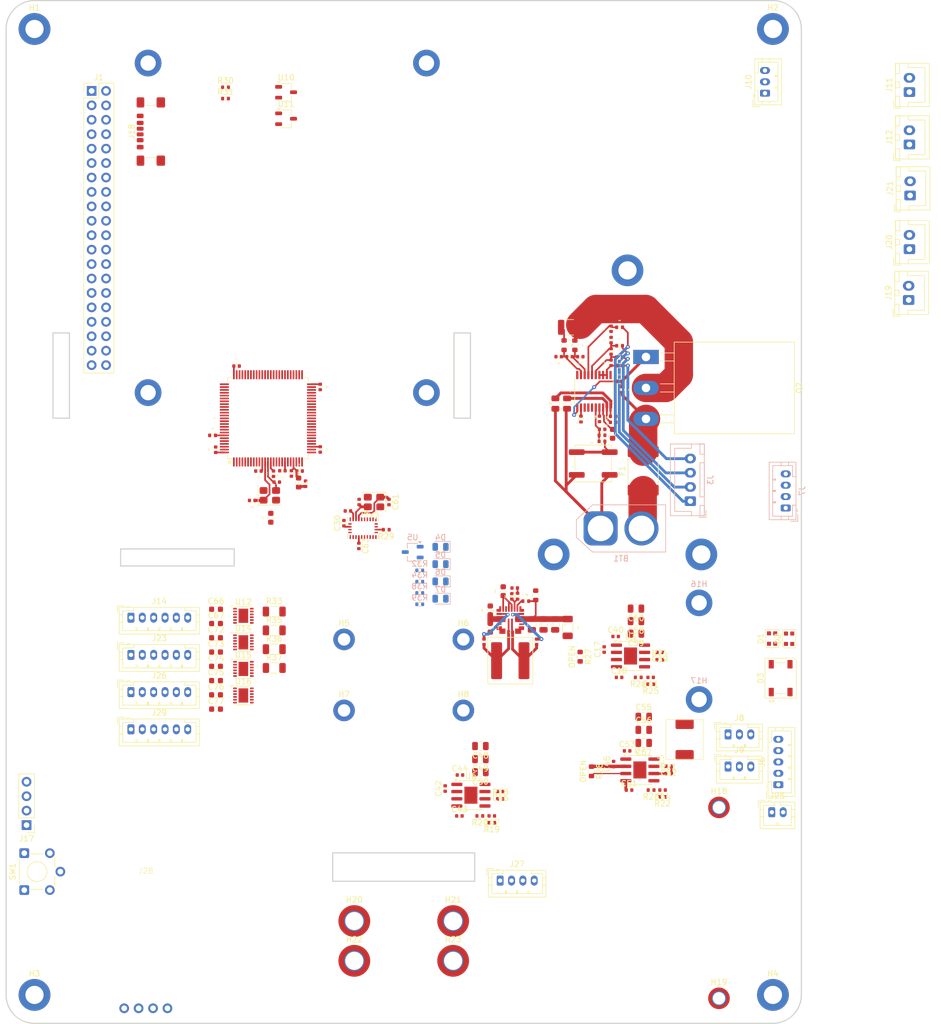
<source format=kicad_pcb>
(kicad_pcb (version 20241229) (generator "pcbnew") (generator_version "9.0")
  (layers (0 "F.Cu" signal) (2 "B.Cu" signal) (13 "F.Paste" user) (15 "B.Paste" user) (5 "F.SilkS" user "F.Silkscreen") (7 "B.SilkS" user "B.Silkscreen") (1 "F.Mask" user) (3 "B.Mask" user) (25 "Edge.Cuts" user))
  (net 0 "")
  (net 1 "+BATT")
  (net 2 "/Battery/VC0")
  (net 3 "/Battery/VC3")
  (net 4 "/Battery/VC2")
  (net 5 "/Battery/VC1")
  (net 6 "+3.3V")
  (net 7 "GND")
  (net 8 "+3.3VA")
  (net 9 "/NRST")
  (net 10 "/Regulators/SUP")
  (net 11 "Net-(U3-SS)")
  (net 12 "/12V Regulator/12V_LX2")
  (net 13 "/12V Regulator/12V_BST2")
  (net 14 "/12V Regulator/12V_LX1")
  (net 15 "/12V Regulator/12V_BST1")
  (net 16 "/12V Regulator/12V_COMP")
  (net 17 "Net-(C22-Pad1)")
  (net 18 "/12V Regulator/12V_VCC")
  (net 19 "+12V")
  (net 20 "/Battery/TS1")
  (net 21 "/Battery/CAP1")
  (net 22 "Net-(U2-REGOUT)")
  (net 23 "Net-(C39-Pad1)")
  (net 24 "Net-(U3-SW)")
  (net 25 "Net-(U3-BST)")
  (net 26 "Net-(U3-FB)")
  (net 27 "/Regulators/5V")
  (net 28 "Net-(U6-SS)")
  (net 29 "Net-(U6-BST)")
  (net 30 "Net-(U6-SW)")
  (net 31 "Net-(C46-Pad1)")
  (net 32 "Net-(U6-FB)")
  (net 33 "/Regulators/5.1V")
  (net 34 "Net-(U7-SS)")
  (net 35 "Net-(C52-Pad1)")
  (net 36 "Net-(U7-SW)")
  (net 37 "Net-(U7-BST)")
  (net 38 "Net-(U7-FB)")
  (net 39 "/Regulators/3.3V")
  (net 40 "/BNO_OUT32")
  (net 41 "/BNO_IN32")
  (net 42 "/BNO_CAP")
  (net 43 "/HSE_IN")
  (net 44 "/HSE_OUT")
  (net 45 "Net-(D1-DOUT)")
  (net 46 "/GPIO10")
  (net 47 "+5V")
  (net 48 "Net-(D2-DOUT)")
  (net 50 "Net-(J1-GPIO27)")
  (net 52 "Net-(J1-3V3-Pad1)")
  (net 54 "/BNO_BOOTN")
  (net 56 "Net-(J1-5V-Pad2)")
  (net 57 "/I2C_SDA")
  (net 59 "/GPIO25")
  (net 60 "/GPIO17")
  (net 62 "/BNO_NRST")
  (net 65 "/GPIO16")
  (net 66 "/I2C_SCL")
  (net 71 "/BNO_INT")
  (net 73 "/GPIO0")
  (net 76 "/GPIO1")
  (net 78 "/FL_M1")
  (net 79 "/TIM1_CH1")
  (net 80 "/TIM1_CH2")
  (net 81 "/FL_M2")
  (net 82 "Net-(J3-GND)")
  (net 83 "/Battery/V3")
  (net 84 "/Battery/V1")
  (net 85 "/Battery/V2")
  (net 86 "/TIM3_CH1")
  (net 87 "/TIM3_CH2")
  (net 88 "/BL_M1")
  (net 89 "/BL_M2")
  (net 90 "/BR_M1")
  (net 91 "/TIM4_CH2")
  (net 92 "/TIM4_CH1")
  (net 93 "/BR_M2")
  (net 97 "Net-(J10-Pin_2)")
  (net 98 "/TIM8_CH1")
  (net 99 "/TIM8_CH2")
  (net 100 "Net-(J9-Pin_2)")
  (net 101 "/TIM8_CH3")
  (net 102 "/SWDIO")
  (net 103 "/SWCLK")
  (net 104 "+5V1")
  (net 105 "/CC2")
  (net 106 "/CC1")
  (net 107 "/FR_M2")
  (net 108 "/FR_M1")
  (net 109 "/TIM2_CH1")
  (net 110 "/TIM2_CH2")
  (net 111 "/12V Regulator/12V_FB")
  (net 112 "/Battery/TS1_SW")
  (net 113 "/Battery/SRN")
  (net 114 "/BNO_COM3")
  (net 119 "/BOOT0")
  (net 127 "/PD9")
  (net 134 "/TIM5_CH3")
  (net 135 "/TIM5_CH2")
  (net 137 "/TIM5_CH1")
  (net 138 "/TIM8_CH4")
  (net 148 "/TIM5_CH4")
  (net 168 "/PD11")
  (net 171 "/PD8")
  (net 179 "/PD10")
  (net 185 "/Battery/SRP")
  (net 186 "/Battery/ALERT")
  (net 187 "/Regulators/5VEN")
  (net 188 "Net-(U3-COMP)")
  (net 189 "Net-(U6-COMP)")
  (net 190 "/Regulators/3.3VEN")
  (net 191 "Net-(U7-COMP)")
  (net 192 "GND1")
  (net 193 "Net-(U12-SNS)")
  (net 194 "Net-(U14-SNS)")
  (net 195 "Net-(U15-SNS)")
  (net 196 "Net-(U16-SNS)")
  (net 201 "Net-(D4-A)")
  (net 202 "Net-(D5-A)")
  (net 203 "Net-(D6-A)")
  (net 204 "/12V Regulator/EN")
  (net 207 "/12V Regulator/PGOOD")
  (net 221 "+5.1V")
  (net 222 "/Battery/REGSRC")
  (net 223 "/SW_BOOT0")
  (net 224 "/Battery/BAT")
  (net 225 "/Battery/DSG_SOURCE")
  (net 226 "/Battery/DSG_GATE")
  (net 227 "/Battery/DSG_DRAIN")
  (net 228 "/Battery/DSG")
  (net 229 "/Battery/CHG")
  (net 230 "Net-(D7-A)")
  (net 231 "/Down LEDs/PWM")
  (net 232 "Net-(U5-D)")
  (footprint "Capacitor_SMD:C_0402_1005Metric" (layer "F.Cu") (at 138.33 117.15)
    (property "Reference" "C34")
    (property "Value" "4.7nF")
  )
  (footprint "Resistor_SMD:R_0402_1005Metric" (layer "F.Cu") (at 148.49 157.715)
    (property "Reference" "R24")
    (property "Value" "15.8k")
  )
  (footprint "Resistor_SMD:R_0402_1005Metric" (layer "F.Cu") (at 144.69 160.815 180)
    (property "Reference" "R26")
    (property "Value" "22.1k")
  )
  (footprint "Connector_JST:JST_PH_B6B-PH-K_1x06_P2.00mm_Vertical" (layer "F.Cu") (at 55.38 169.95)
    (property "Reference" "J29")
    (property "Value" "Motor FL")
  )
  (footprint "Resistor_SMD:R_0402_1005Metric" (layer "F.Cu") (at 120.42 182.2)
    (property "Reference" "R18")
    (property "Value" "16k")
  )
  (footprint "Connector_PinHeader_2.54mm:PinHeader_1x04_P2.54mm_Vertical" (layer "F.Cu") (at 37 186.81 180)
    (property "Reference" "J17")
    (property "Value" "Conn_01x04")
  )
  (footprint "Connector_JST:JST_PH_B5B-PH-K_1x05_P2.00mm_Vertical" (layer "F.Cu") (at 169.35 179.7 90)
    (property "Reference" "J6")
    (property "Value" "TOF_Claw")
  )
  (footprint "Capacitor_SMD:C_0402_1005Metric" (layer "F.Cu") (at 82.045 124.45 180)
    (property "Reference" "C11")
    (property "Value" "100nF")
  )
  (footprint "Resistor_SMD:R_0402_1005Metric" (layer "F.Cu") (at 116.8 185.2 180)
    (property "Reference" "R20")
    (property "Value" "22.1k")
  )
  (footprint "MountingHole:MountingHole_3.2mm_M3_DIN965_Pad_TopBottom" (layer "F.Cu") (at 38.400001 216.7)
    (property "Reference" "H3")
    (property "Value" "MountingHole")
  )
  (footprint "Connector_JST:JST_PH_B6B-PH-K_1x06_P2.00mm_Vertical" (layer "F.Cu") (at 55.38 156.85)
    (property "Reference" "J23")
    (property "Value" "Motor BR")
  )
  (footprint "Resistor_SMD:R_0805_2012Metric" (layer "F.Cu") (at 130.105 112.625 90)
    (property "Reference" "R16")
    (property "Value" "1k")
  )
  (footprint "Capacitor_SMD:C_0402_1005Metric" (layer "F.Cu") (at 137.855 115.325 90)
    (property "Reference" "C35")
    (property "Value" "0.1uF")
  )
  (footprint "Capacitor_SMD:C_0402_1005Metric" (layer "F.Cu") (at 77.825 124.5 180)
    (property "Reference" "C10")
    (property "Value" "100nF")
  )
  (footprint "Resistor_SMD:R_0402_1005Metric" (layer "F.Cu") (at 146.89 162.015 180)
    (property "Reference" "R25")
    (property "Value" "115.8k")
  )
  (footprint "MountingHole:MountingHole_2.2mm_M2_DIN965_Pad_TopOnly" (layer "F.Cu") (at 158.900001 183.700001)
    (property "Reference" "H18")
    (property "Value" "MountingHole")
  )
  (footprint "Capacitor_SMD:C_0402_1005Metric" (layer "F.Cu") (at 118.9 185.2 180)
    (property "Reference" "C47")
    (property "Value" "47pF")
  )
  (footprint "Package_SO:SOIC-8-1EP_3.9x4.9mm_P1.27mm_EP2.29x3mm" (layer "F.Cu") (at 115.23 181.55)
    (property "Reference" "U6")
    (property "Value" "AP64501SP-13")
  )
  (footprint "Capacitor_SMD:C_0402_1005Metric" (layer "F.Cu") (at 140.35 176.07 90)
    (property "Reference" "C45")
    (property "Value" "10uF")
  )
  (footprint "Connector_JST:JST_PH_B4B-PH-K_1x04_P2.00mm_Vertical" (layer "F.Cu") (at 120.375 196.575)
    (property "Reference" "J27")
    (property "Value" "TOF_Front")
  )
  (footprint "Capacitor_SMD:C_0402_1005Metric" (layer "F.Cu") (at 130.68 104.375 180)
    (property "Reference" "C32")
    (property "Value" "0.1uF")
  )
  (footprint "Package_DFN_QFN:Maxim_TDFN-12-1EP_3x3mm_P0.5mm_EP1.7x2.5mm" (layer "F.Cu") (at 75.175 164)
    (property "Reference" "U16")
    (property "Value" "~")
  )
  (footprint "Capacitor_SMD:C_0402_1005Metric" (layer "F.Cu") (at 140.275 115.925)
    (property "Reference" "C37")
    (property "Value" "2.2uF")
  )
  (footprint "Capacitor_SMD:C_0402_1005Metric" (layer "F.Cu") (at 132.58 104.375 180)
    (property "Reference" "C5")
    (property "Value" "0.1uF")
  )
  (footprint "Connector_JST:JST_XH_B2B-XH-A_1x02_P2.50mm_Vertical" (layer "F.Cu") (at 192.425 67.025 90)
    (property "Reference" "J12")
    (property "Value" "12V BYPASS")
  )
  (footprint "Resistor_SMD:R_1206_3216Metric" (layer "F.Cu") (at 80.6 152.54)
    (property "Reference" "R35")
    (property "Value" "100m")
  )
  (footprint "MountingHole:MountingHole_3.2mm_M3_DIN965_Pad_TopOnly" (layer "F.Cu") (at 94.7 203.700021)
    (property "Reference" "H20")
    (property "Value" "MountingHole")
  )
  (footprint "Connector_JST:JST_PH_B2B-PH-K_1x02_P2.00mm_Vertical" (layer "F.Cu") (at 168.2 184.55)
    (property "Reference" "J25")
    (property "Value" "ConductClaw")
  )
  (footprint "Capacitor_SMD:C_0402_1005Metric" (layer "F.Cu") (at 139.905 105.45 90)
    (property "Reference" "C2")
    (property "Value" "10uF")
  )
  (footprint "Connector_JST:JST_XH_B2B-XH-A_1x02_P2.50mm_Vertical" (layer "F.Cu") (at 192.425 85.45 90)
    (property "Reference" "J20")
    (property "Value" "5V BYPASS")
  )
  (footprint "Capacitor_SMD:C_0402_1005Metric" (layer "F.Cu") (at 122.4375 146.559999 90)
    (property "Reference" "C21")
    (property "Value" "10pF")
  )
  (footprint "Capacitor_SMD:C_0402_1005Metric" (layer "F.Cu") (at 139.905 101.45 90)
    (property "Reference" "C4")
    (property "Value" "10uF")
  )
  (footprint "Capacitor_SMD:C_0603_1608Metric" (layer "F.Cu") (at 140.175 117.95 -90)
    (property "Reference" "C36")
    (property "Value" "4.7uF")
  )
  (footprint "Capacitor_SMD:C_0805_2012Metric" (layer "F.Cu") (at 144.29 150.915 180)
    (property "Reference" "C58")
    (property "Value" "22uF")
  )
  (footprint "MountingHole:MountingHole_2.2mm_M2_DIN965_Pad_TopOnly" (layer "F.Cu") (at 158.9 217.3)
    (property "Reference" "H19")
    (property "Value" "MountingHole")
  )
  (footprint "MountingHole:MountingHole_3.2mm_M3_DIN965_Pad_TopOnly" (layer "F.Cu") (at 94.7 210.700021)
    (property "Reference" "H22")
    (property "Value" "MountingHole")
  )
  (footprint "Resistor_SMD:R_0402_1005Metric" (layer "F.Cu") (at 146.95 180.65 180)
    (property "Reference" "R23")
    (property "Value" "22.1k")
  )
  (footprint "Resistor_SMD:R_0603_1608Metric" (layer "F.Cu") (at 126.6375 146.374999 90)
    (property "Reference" "R9")
    (property "Value" "10k")
  )
  (footprint "Resistor_SMD:R_1206_3216Metric" (layer "F.Cu") (at 80.6 159.16)
    (property "Reference" "R37")
    (property "Value" "100m")
  )
  (footprint "Capacitor_SMD:C_0402_1005Metric" (layer "F.Cu") (at 95.55 129.95 90)
    (property "Reference" "C62" (hide yes))
    (property "Value" "22pF")
  )
  (footprint "Capacitor_SMD:C_0402_1005Metric" (layer "F.Cu") (at 73.975 106.025)
    (property "Reference" "C7")
    (property "Value" "100nF")
  )
  (footprint "Capacitor_SMD:C_0402_1005Metric" (layer "F.Cu") (at 80.475 124.975 90)
    (property "Reference" "C16")
    (property "Value" "100nF")
  )
  (footprint "Inductor_SMD:L_0603_1608Metric" (layer "F.Cu") (at 84.9 126.525 -90)
    (property "Reference" "FB1")
    (property "Value" "120R")
  )
  (footprint "MountingHole:MountingHole_3.2mm_M3_DIN965_Pad_TopBottom" (layer "F.Cu") (at 168.399999 46.7)
    (property "Reference" "H2")
    (property "Value" "MountingHole")
  )
  (footprint "Resistor_SMD:R_0402_1005Metric" (layer "F.Cu") (at 150.05 177.75)
    (property "Reference" "R21")
    (property "Value" "10.5k")
  )
  (footprint "Capacitor_SMD:C_0402_1005Metric" (layer "F.Cu") (at 70.3 120.75 90)
    (property "Reference" "C8")
    (property "Value" "100nF")
  )
  (footprint "Package_DFN_QFN:Maxim_TDFN-12-1EP_3x3mm_P0.5mm_EP1.7x2.5mm" (layer "F.Cu") (at 75.175 154.65)
    (property "Reference" "U14")
    (property "Value" "~")
  )
  (footprint "Package_SO:SOIC-8-1EP_3.9x4.9mm_P1.27mm_EP2.29x3mm" (layer "F.Cu") (at 143.33 157.05)
    (property "Reference" "U3")
    (property "Value" "AP64501SP-13")
  )
  (footprint "Capacitor_SMD:C_0402_1005Metric" (layer "F.Cu") (at 86.125 126.73 90)
    (property "Reference" "C15")
    (property "Value" "1uF")
  )
  (footprint "Connector_JST:JST_PH_B6B-PH-K_1x06_P2.00mm_Vertical" (layer "F.Cu") (at 55.38 150.3)
    (property "Reference" "J14")
    (property "Value" "Motor FR")
  )
  (footprint "Package_SO:TSSOP-20_4.4x6.5mm_P0.65mm" (layer "F.Cu") (at 136.88 110.4625 90)
    (property "Reference" "U2")
    (property "Value" "BQ76920PW")
  )
  (footprint "Resistor_SMD:R_0402_1005Metric" (layer "F.Cu") (at 72.03 58.95)
    (property "Reference" "R31")
    (property "Value" "10k")
  )
  (footprint "Package_DFN_QFN:Maxim_TDFN-12-1EP_3x3mm_P0.5mm_EP1.7x2.5mm" (layer "F.Cu") (at 75.175 149.975)
    (property "Reference" "U12")
    (property "Value" "~")
  )
  (footprint "Capacitor_SMD:C_0402_1005Metric" (layer "F.Cu") (at 81.05 126.45)
    (property "Reference" "C70")
    (property "Value" "15pF")
  )
  (footprint "Capacitor_SMD:C_0402_1005Metric" (layer "F.Cu") (at 134.48 104.375 180)
    (property "Reference" "C33")
    (property "Value" "0.1uF")
  )
  (footprint "Dry_Lettuce:IC_BNO086" (layer "F.Cu") (at 96.25 134.5625)
    (property "Reference" "U9")
    (property "Value" "BNO086")
  )
  (footprint "Connector_USB:USB_C_Receptacle_GCT_USB4135-GF-A_6P_TopMnt_Horizontal" (layer "F.Cu") (at 60.0325 64.75 90)
    (property "Reference" "J18")
    (property "Value" "USB_C_Receptacle_PowerOnly_6P")
  )
  (footprint "Capacitor_SMD:C_0402_1005Metric" (layer "F.Cu") (at 142.73 173.75)
    (property "Reference" "C53")
    (property "Value" "100nF")
  )
  (footprint "Crystal:Crystal_SMD_3225-4Pin_3.2x2.5mm" (layer "F.Cu") (at 79.825 128.775)
    (property "Reference" "Y1")
    (property "Value" "25MHz")
  )
  (footprint "MountingHole:MountingHole_2.2mm_M2_DIN965_Pad_TopBottom" (layer "F.Cu") (at 113.899999 154.131001)
    (property "Reference" "H6")
    (property "Value" "MountingHole")
  )
  (footprint "Capacitor_SMD:C_0402_1005Metric" (layer "F.Cu") (at 139.905 103.45 90)
    (property "Reference" "C3")
    (property "Value" "10uF")
  )
  (footprint "Resistor_SMD:R_1206_3216Metric" (layer "F.Cu") (at 80.6 149.23)
    (property "Reference" "R33")
    (property "Value" "100m")
  )
  (footprint "Capacitor_SMD:C_0603_1608Metric" (layer "F.Cu") (at 70.36 156.36)
    (property "Reference" "C73")
    (property "Value" "1uf")
  )
  (footprint "Connector_JST:JST_XH_B2B-XH-A_1x02_P2.50mm_Vertical" (layer "F.Cu") (at 192.55 76 90)
    (property "Reference" "J21")
    (property "Value" "5.1V BYPASS")
  )
  (footprint "Capacitor_SMD:C_0402_1005Metric" (layer "F.Cu") (at 95.5 137.68 -90)
    (property "Reference" "C63")
    (property "Value" "0.1uF")
  )
  (footprint "Capacitor_SMD:C_0402_1005Metric" (layer "F.Cu") (at 122.9375 145.084999 180)
    (property "Reference" "C22")
    (property "Value" "2.7nF")
  )
  (footprint "Connector_JST:JST_PH_B3B-PH-K_1x03_P2.00mm_Vertical" (layer "F.Cu") (at 167 58 90)
    (property "Reference" "J10")
    (property "Value" "Servo_TrayRelease")
  )
  (footprint "Capacitor_SMD:C_0603_1608Metric" (layer "F.Cu") (at 70.36 153.85)
    (property "Reference" "C72")
    (property "Value" "0.1uf")
  )
  (footprint "Resistor_SMD:R_0402_1005Metric" (layer "F.Cu") (at 138.305 119.275 180)
    (property "Reference" "R14")
    (property "Value" "10k")
  )
  (footprint "Resistor_SMD:R_0402_1005Metric" (layer "F.Cu") (at 100.325 134.825 180)
    (property "Reference" "R29")
    (property "Value" "10k")
  )
  (footprint "Resistor_SMD:R_0805_2012Metric" (layer "F.Cu") (at 132.155 112.625 90)
    (property "Reference" "R15")
    (property "Value" "100")
  )
  (footprint "Capacitor_SMD:C_0805_2012Metric" (layer "F.Cu") (at 116.9 172.9 180)
    (property "Reference" "C48")
    (property "Value" "22uF")
  )
  (footprint "Capacitor_SMD:C_0603_1608Metric" (layer "F.Cu") (at 120.9125 145.649999 90)
    (property "Reference" "C23")
    (property "Value" "4.7uF")
  )
  (footprint "Button_Switch_THT:SW_TH_Tactile_Omron_B3F-112x" (layer "F.Cu") (at 36.6 198.25 90)
    (property "Reference" "SW1")
    (property "Value" "SW_SPDT")
  )
  (footprint "Capacitor_SMD:C_0402_1005Metric" (layer "F.Cu") (at 148.97 180.65 180)
    (property "Reference" "C54")
    (property "Value" "47pF")
  )
  (footprint "Capacitor_SMD:C_0805_2012Metric" (layer "F.Cu") (at 145.65 172.35 180)
    (property "Reference" "C57")
    (property "Value" "22uF")
  )
  (footprint "Resistor_SMD:R_0402_1005Metric" (layer "F.Cu") (at 69.75 118.225)
    (property "Reference" "R6")
    (property "Value" "10k")
  )
  (footprint "Connector_JST:JST_XH_B2B-XH-A_1x02_P2.50mm_Vertical" (layer "F.Cu") (at 192.425 57.8 90)
    (property "Reference" "J11")
    (property "Value" "BATT BYPASS")
  )
  (footprint "Resistor_SMD:R_0402_1005Metric" (layer "F.Cu") (at 134.605 115.35 -90)
    (property "Reference" "R17")
    (property "Value" "1M")
  )
  (footprint "Resistor_SMD:R_0402_1005Metric" (layer "F.Cu") (at 138.305 118.2)
    (property "Reference" "TH1")
    (property "Value" "10k")
  )
  (footprint "Capacitor_SMD:C_0402_1005Metric" (layer "F.Cu") (at 100.8 129.95 -90)
    (property "Reference" "C61")
    (property "Value" "22pF")
  )
  (footprint "Resistor_SMD:R_0402_1005Metric" (layer "F.Cu") (at 141.405 102.45)
    (property "Reference" "R4")
    (property "Value" "100k")
  )
  (footprint "Capacitor_SMD:C_0402_1005Metric" (layer "F.Cu") (at 76.725 129.675 180)
    (property "Reference" "C69")
    (property "Value" "15pF")
  )
  (footprint "MountingHole:MountingHole_3.2mm_M3_DIN965_Pad_TopBottom" (layer "F.Cu") (at 168.399999 216.7)
    (property "Reference" "H4")
    (property "Value" "MountingHole")
  )
  (footprint "Connector_PinHeader_2.54mm:PinHeader_2x20_P2.54mm_Vertical" (layer "F.Cu") (at 48.46 57.6)
    (property "Reference" "J1")
    (property "Value" "Raspberry_Pi_2_3")
  )
  (footprint "Capacitor_SMD:C_0402_1005Metric" (layer "F.Cu") (at 140.27 114.875)
    (property "Reference" "C38")
    (property "Value" "1uF")
  )
  (footprint "Capacitor_SMD:C_0402_1005Metric" (layer "F.Cu") (at 110.7 180.38 90)
    (property "Reference" "C42")
    (property "Value" "10uF")
  )
  (footprint "Capacitor_SMD:C_0603_1608Metric" (layer "F.Cu") (at 70.36 163.89)
    (property "Reference" "C76")
    (property "Value" "0.1uf")
  )
  (footprint "Capacitor_SMD:C_0805_2012Metric" (layer "F.Cu") (at 145.65 167.75)
    (property "Reference" "C55")
    (property "Value" "22uF")
  )
  (footprint "Crystal:Crystal_SMD_3225-4Pin_3.2x2.5mm" (layer "F.Cu") (at 98.175 129.95 180)
    (property "Reference" "Y2")
    (property "Value" "32.768kHz")
  )
  (footprint "MountingHole:MountingHole_2.7mm_M2.5_DIN965_Pad_TopBottom" (layer "F.Cu") (at 58.4 110.699999)
    (property "Reference" "H11" (hide yes))
    (property "Value" "MountingHole")
  )
  (footprint "Capacitor_SMD:C_0402_1005Metric" (layer "F.Cu") (at 126.7875 154.549999 90)
    (property "Reference" "C19")
    (property "Value" "0.1uF")
  )
  (footprint "Capacitor_SMD:C_0805_2012Metric" (layer "F.Cu") (at 130.0625 151.499999 -90)
    (property "Reference" "C27")
    (property "Value" "22uF")
  )
  (footprint "Capacitor_SMD:C_0402_1005Metric" (layer "F.Cu") (at 93.575 131.525 180)
    (property "Reference" "C24" (hide yes))
    (property "Value" "0.1uF" (hide yes))
  )
  (footprint "Capacitor_SMD:C_0402_1005Metric" (layer "F.Cu") (at 85.075 124.5)
    (property "Reference" "C14")
    (property "Value" "1uF")
  )
  (footprint "LED_SMD:LED_WS2812B_PLCC4_5.0x5.0mm_P3.2mm" (layer "F.Cu") (at 169.75 160.95 90)
    (property "Reference" "D3")
    (property "Value" "WS2812B-5050")
  )
  (footprint "Dry_Lettuce:CYA0630-3.3uH" (layer "F.Cu") (at 149.55 175.25 90)
    (property "Reference" "L5")
    (property "Value" "3.3uH")
  )
  (footprint "MountingHole:MountingHole_2.7mm_M2.5_DIN965_Pad_TopBottom" (layer "F.Cu") (at 107.399999 110.7)
    (property "Reference" "H12" (hide yes))
    (property "Value" "MountingHole")
  )
  (footprint "Package_TO_SOT_SMD:TSOT-23" (layer "F.Cu") (at 82.69 62.5)
    (property "Reference" "U11")
    (property "Value" "DMG2305UX-7")
  )
  (footprint "Capacitor_SMD:C_0805_2012Metric" (layer "F.Cu") (at 144.29 153.115 180)
    (property "Reference" "C59")
    (property "Value" "22uF")
  )
  (footprint "Fuse:Fuse_2920_7451Metric" (layer "F.Cu") (at 145.555 124.475 90)
    (property "Reference" "F1")
    (property "Value" "Polyfuse")
  )
  (footprint "Connector_JST:JST_PH_B3B-PH-K_1x03_P2.00mm_Vertical" (layer "F.Cu") (at 160.5 170.85)
    (property "Reference" "J8")
    (property "Value" "Servo_Grab")
  )
  (footprint "Resistor_SMD:R_0402_1005Metric" (layer "F.Cu") (at 148.95 181.85 180)
    (property "Reference" "R22")
    (property "Value" "69.8k")
  )
  (footprint "Capacitor_SMD:C_0402_1005Metric" (layer "F.Cu") (at 150.05 176.45 180)
    (property "Reference" "C52")
    (property "Value" "2.7nF")
  )
  (footprint "Capacitor_SMD:C_0603_1608Metric" (layer "F.Cu") (at 70.36 148.83)
    (property "Reference" "C66")
    (property "Value" "0.1uf")
  )
  (footprint "Capacitor_SMD:C_0603_1608Metric" (layer "F.Cu") (at 80 132.725 90)
    (property "Reference" "C12")
    (property "Value" "10uF")
  )
  (footprint "Capacitor_SMD:C_0402_1005Metric" (layer "F.Cu") (at 88.7 120.7 -90)
    (property "Reference" "C9")
    (property "Value" "100nF")
  )
  (footprint "LED_SMD:LED_WS2812B-2020_PLCC4_2.0x2.0mm" (layer "F.Cu") (at 171.25 154.015 90)
    (property "Reference" "D2")
    (property "Value" "WS2812B-2020")
  )
  (footprint "Inductor_SMD:L_Coilcraft_XAL7070-XXX" (layer "F.Cu") (at 122.1625 157.874999)
    (property "Reference" "L1")
    (property "Value" "2.2uH")
  )
  (footprint "MountingHole:MountingHole_2.7mm_M2.5_DIN965_Pad_TopBottom" (layer "F.Cu") (at 107.4 52.7)
    (property "Reference" "H10" (hide yes))
    (property "Value" "MountingHole")
  )
  (footprint "MountingHole:MountingHole_2.2mm_M2_DIN965_Pad_TopBottom" (layer "F.Cu") (at 92.899999 154.131004)
    (property "Reference" "H5")
    (property "Value" "MountingHole")
  )
  (footprint "LED_SMD:LED_WS2812B-2020_PLCC4_2.0x2.0mm" (layer "F.Cu") (at 168.25 153.985 90)
    (property "Reference" "D1")
    (property "Value" "WS2812B-2020")
  )
  (footprint "Resistor_SMD:R_0402_1005Metric" (layer "F.Cu") (at 118.9 186.4 180)
    (property "Reference" "R19")
    (property "Value" "118k")
  )
  (footprint "Resistor_SMD:R_1210_3225Metric" (layer "F.Cu") (at 132.58 99.2 180)
    (property "Reference" "R10")
    (property "Value" "5m")
  )
  (footprint "Connector_JST:JST_XH_B2B-XH-A_1x02_P2.50mm_Vertical" (layer "F.Cu") (at 192.3 94.4 90)
    (property "Reference" "J19")
    (property "Value" "3V3 BYPASS")
  )
  (footprint "Capacitor_SMD:C_0402_1005Metric" (layer "F.Cu") (at 148.49 156.415 180)
    (property "Reference" "C39")
    (property "Value" "2.7nF")
  )
  (footprint "Resistor_SMD:R_0402_1005Metric" (layer "F.Cu") (at 141.905 110.175 -90)
    (property "Reference" "R1")
    (property "Value" "10k")
  )
  (footprint "Resistor_SMD:R_0402_1005Metric" (layer "F.Cu") (at 123.4375 146.534999 90)
    (property "Reference" "R7")
    (property "Value" "51k")
  )
  (footprint "Connector_JST:JST_PH_B3B-PH-K_1x03_P2.00mm_Vertical" (layer "F.Cu") (at 160.499999 176.5)
    (property "Reference" "J9")
    (property "Value" "Servo_Lift")
  )
  (footprint "Capacitor_SMD:C_0805_2012Metric" (layer "F.Cu") (at 116.9 175.2 180)
    (property "Reference" "C49")
    (property "Value" "22uF")
  )
  (footprint "Capacitor_SMD:C_1206_3216Metric" (layer "F.Cu") (at 132.2625 152.024999 -90)
    (property "Reference" "C31")
    (property "Value" "47uF")
  )
  (footprint "Capacitor_SMD:C_0402_1005Metric" (layer "F.Cu") (at 113.3 178)
    (property "Reference" "C44")
    (property "Value" "100nF")
  )
  (footprint "Capacitor_SMD:C_0603_1608Metric" (layer "F.Cu") (at 70.36 151.34)
    (property "Reference" "C67")
    (property "Value" "1uf")
  )
  (footprint "Capacitor_SMD:C_0402_1005Metric" (layer "F.Cu") (at 139.905 99.45 90)
    (property "Reference" "C1")
    (property "Value" "10uF")
  )
  (footprint "Package_TO_SOT_SMD:TSOT-23" (layer "F.Cu") (at 82.69 57.835)
    (property "Reference" "U10")
    (property "Value" "DMG2305UX-7")
  )
  (footprint "Capacitor_SMD:C_0402_1005Metric" (layer "F.Cu") (at 138.69 155.915 90)
    (property "Reference" "C17")
    (property "Value" "10uF")
  )
  (footprint "Resistor_SMD:R_0402_1005Metric" (layer "F.Cu") (at 141.405 105.95)
    (property "Reference" "R2")
    (property "Value" "100k")
  )
  (footprint "Capacitor_SMD:C_0805_2012Metric" (layer "F.Cu") (at 145.65 170.05)
    (property "Reference" "C56")
    (property "Value" "22uF")
  )
  (footprint "Capacitor_SMD:C_0603_1608Metric" (layer "F.Cu") (at 118.6375 149.024999 90)
    (property "Reference" "C28")
    (property "Value" "10uF")
  )
  (footprint "Package_SO:SOIC-8-1EP_3.9x4.9mm_P1.27mm_EP2.29x3mm" (layer "F.Cu") (at 144.975 177.105)
    (property "Reference" "U7")
    (property "Value" "AP64501SP-13")
  )
  (footprint "Capacitor_SMD:C_0603_1608Metric" (layer "F.Cu") (at 70.36 166.4)
    (property "Reference" "C77")
    (property "Value" "1uf")
  )
  (footprint "Capacitor_SMD:C_0402_1005Metric" (layer "F.Cu") (at 92.875 133.675 90)
    (property "Reference" "C30")
    (property "Value" "0.1uF")
  )
  (footprint "Capacitor_SMD:C_0402_1005Metric" (layer "F.Cu") (at 117.5375 154.549999 -90)
    (property "Reference" "C20")
    (property "Value" "0.1uF")
  )
  (footprint "Resistor_SMD:R_0603_1608Metric" (layer "F.Cu") (at 134.46 157.175 -90)
    (property "Reference" "R27")
    (property "Value" "OPEN")
  )
  (footprint "Resistor_SMD:R_0402_1005Metric" (layer "F.Cu") (at 124.8875 147.399999)
    (property "Reference" "R8")
    (property "Value" "140k")
  )
  (footprint "Resistor_SMD:R_0402_1005Metric" (layer "F.Cu") (at 141.405 99.2)
    (property "Reference" "R5")
    (property "Value" "100k")
  )
  (footprint "Resistor_SMD:R_0603_1608Metric" (layer "F.Cu") (at 133.53 102.35 -90)
    (property "Reference" "R11")
    (property "Value" "100")
  )
  (footprint "Resistor_SMD:R_0402_1005Metric" (layer "F.Cu") (at 141.405 104.44)
    (property "Reference" "R3")
    (property "Value" "100k")
  )
  (footprint "Capacitor_SMD:C_0805_2012Metric" (layer "F.Cu") (at 125.9625 151.499999 -90)
    (property "Reference" "C25")
    (property "Value" "22uF")
  )
  (footprint "Button_Switch_SMD:SW_Push_1P1T_NO_CK_KSC6xxJ" (layer "F.Cu") (at 136.755 123.175 180)
    (property "Reference" "SW2")
    (property "Value" "SW_Push")
  )
  (footprint "MountingHole:MountingHole_2.2mm_M2_DIN965_Pad_TopBottom" (layer "F.Cu") (at 113.899999 166.631002)
    (property "Reference" "H8")
    (property "Value" "MountingHole")
  )
  (footprint "Dry_Lettuce:OLED_small" (layer "F.Cu") (at 58 195.375)
    (property "Reference" "J28")
    (property "Value" "OLED_Display")
  )
  (footprint "Resistor_SMD:R_1206_3216Metric" (layer "F.Cu") (at 80.6 155.85)
    (property "Reference" "R36")
    (property "Value" "100m")
  )
  (footprint "Resistor_SMD:R_0603_1608Metric" (layer "F.Cu") (at 136.45 177.35 -90)
    (property "Reference" "R28")
    (property "Value" "OPEN")
  )
  (footprint "Capacitor_SMD:C_0402_1005Metric" (layer "F.Cu") (at 146.87 160.815 180)
    (property "Reference" "C41")
    (property "Value" "47pF")
  )
  (footprint "Capacitor_SMD:C_0805_2012Metric" (layer "F.Cu") (at 116.9 177.5 180)
    (property "Reference" "C50")
    (property "Value" "22uF")
  )
  (footprint "Package_QFP:LQFP-100_14x14mm_P0.5mm" (layer "F.Cu") (at 79.5 115.225 90)
    (property "Reference" "U1")
    (property "Value" "STM32F407VGTx")
  )
  (footprint "Capacitor_SMD:C_0805_2012Metric" (layer "F.Cu") (at 144.29 148.715 180)
    (property "Reference" "C60")
    (property "Value" "22uF")
  )
  (footprint "MountingHole:MountingHole_2.2mm_M2_DIN965_Pad_TopBottom" (layer "F.Cu") (at 92.899999 166.631002)
    (property "Reference" "H7")
    (property "Value" "MountingHole")
  )
  (footprint "Capacitor_SMD:C_0603_1608Metric" (layer "F.Cu") (at 118.6375 152.074999 -90)
    (property "Reference" "C29")
    (property "Value" "10uF")
  )
  (footprint "Capacitor_SMD:C_0402_1005Metric" (layer "F.Cu") (at 88.7 109.7 -90)
    (property "Reference" "C6")
    (property "Value" "100nF")
  )
  (footprint "Capacitor_SMD:C_0603_1608Metric" (layer "F.Cu") (at 70.36 158.87)
    (property "Reference" "C74")
    (property "Value" "0.1uf")
  )
  (footprint "Package_DFN_QFN:Maxim_TDFN-12-1EP_3x3mm_P0.5mm_EP1.7x2.5mm" (layer "F.Cu") (at 75.175 159.325)
    (property "Reference" "U15")
    (property "Value" "~")
  )
  (footprint "Capacitor_SMD:C_0805_2012Metric" (layer "F.Cu") (at 128.0125 151.499999 -90)
    (property "Reference" "C26")
    (property "Value" "22uF")
  )
  (footprint "Capacitor_SMD:C_0402_1005Metric" (layer "F.Cu") (at 143.07 180.65)
    (property "Reference" "C51")
    (property "Value" "10nF")
  )
  (footprint "Capacitor_SMD:C_0603_1608Metric" (layer "F.Cu") (at 70.36 161.38)
    (property "Reference" "C75")
    (property "Value" "1uf")
  )
  (footprint "Capacitor_SMD:C_0402_1005Metric" (layer "F.Cu") (at 141.31 160.815)
    (property "Reference" "C18")
    (property "Value" "10nF")
  )
  (footprint "Package_TO_SOT_THT:TO-247-3_Horizontal_TabDown" (layer "F.Cu") (at 146.05 104.425 -90)
    (property "Reference" "Q2")
    (property "Value" "Q_NMOS_GDS")
  )
  (footprint "Dry_Lettuce:MAX25240" (layer "F.Cu") (at 122.1625 150.724999)
    (property "Reference" "U4")
    (property "Value" "MAX25240AFFD/VY+")
  )
  (footprint "Capacitor_SMD:C_0402_1005Metric" (layer "F.Cu") (at 83.625 124.925 -90)
    (property "Reference" "C13")
    (property "Value" "10nF")
  )
  (footprint "MountingHole:MountingHole_2.7mm_M2.5_DIN965_Pad_TopBottom" (layer "F.Cu") (at 58.4 52.700001)
    (property "Reference" "H9" (hide yes))
    (property "Value" "MountingHole")
  )
  (footprint "Resistor_SMD:R_0603_1608Metric" (layer "F.Cu") (at 131.63 102.35 -90)
    (property "Reference" "R12")
    (property "Value" "100")
  )
  (footprint "Connector_JST:JST_PH_B6B-PH-K_1x06_P2.00mm_Vertical" (layer "F.Cu") (at 55.38 163.4)
    (property "Reference" "J26")
    (property "Value" "Motor BL")
  )
  (footprint "Capacitor_SMD:C_0402_1005Metric" (layer "F.Cu") (at 120.42 180.9 180)
    (property "Reference" "C46")
    (property "Value" "2.7nF")
  )
  (footprint "Capacitor_SMD:C_0402_1005Metric" (layer "F.Cu") (at 140.71 153.615)
    (property "Reference" "C40")
    (property "Value" "100nF")
  )
  (footprint "Resistor_SMD:R_0402_1005Metric" (layer "F.Cu") (at 141.38 108.725)
    (property "Reference" "R13")
    (property "Value" "1k")
  )
  (footprint "MountingHole:MountingHole_3.2mm_M3_DIN965_Pad_TopOnly" (layer "F.Cu") (at 112.102587 210.70002)
    (property "Reference" "H23")
    (property "Value" "MountingHole")
  )
  (footprint "MountingHole:MountingHole_3.2mm_M3_DIN965_Pad_TopBottom" (layer "F.Cu") (at 38.4 46.7)
    (property "Reference" "H1")
    (property "Value" "MountingHole")
  )
  (footprint "MountingHole:MountingHole_3.2mm_M3_DIN965_Pad_TopOnly" (layer "F.Cu") (at 112.1 203.700021)
    (property "Reference" "H21")
    (property "Value" "MountingHole")
  )
  (footprint "Capacitor_SMD:C_0402_1005Metric" (layer "F.Cu") (at 113.2 185.2)
    (property "Reference" "C43")
    (property "Value" "10nF")
  )
  (footprint "Resistor_SMD:R_0402_1005Metric" (layer "F.Cu") (at 72.03 56.96)
    (property "Reference" "R30")
    (property "Value" "10k")
  )
  (footprint "Connector_AMASS:AMASS_XT60-M_1x02_P7.20mm_Vertical" (layer "B.Cu") (at 138.055 134.6)
    (property "Reference" "BT1")
    (property "Value" "Battery")
  )
  (footprint "Resistor_SMD:R_0402_1005Metric" (layer "B.Cu") (at 106.221428 145.96 180)
    (property "Reference" "R38")
    (property "Value" "250")
  )
  (footprint "LED_SMD:LED_0805_2012Metric" (layer "B.Cu") (at 109.881428 146.965 180)
    (property "Reference" "D7")
    (property "Value" "LED")
  )
  (footprint "Connector_JST:JST_XH_B4B-XH-A_1x04_P2.50mm_Vertical" (layer "B.Cu") (at 153.855 129.8 90)
    (property "Reference" "J3")
    (property "Value" "Lipo")
  )
  (footprint "MountingHole:MountingHole_3.2mm_M3_DIN965_Pad_TopOnly" (layer "B.Cu") (at 129.800143 139.180776 180)
    (property "Reference" "H14" (hide yes))
    (property "Value" "MountingHole")
  )
  (footprint "MountingHole:MountingHole_2.7mm_M2.5_DIN965_Pad_TopOnly" (layer "B.Cu") (at 155.4 164.700001 180)
    (property "Reference" "H17")
    (property "Value" "MountingHole")
  )
  (footprint "Package_TO_SOT_SMD:TSOT-23" (layer "B.Cu") (at 104.981428 138.765 180)
    (property "Reference" "U5")
    (property "Value" "DMG2305UX-7")
  )
  (footprint "LED_SMD:LED_0805_2012Metric" (layer "B.Cu") (at 109.881428 143.925 180)
    (property "Reference" "D6")
    (property "Value" "LED")
  )
  (footprint "Connector_JST:JST_PH_B4B-PH-K_1x04_P2.00mm_Vertical" (layer "B.Cu") (at 170.65 131 90)
    (property "Reference" "J7")
    (property "Value" "UltraS_Side")
  )
  (footprint "Resistor_SMD:R_0402_1005Metric" (layer "B.Cu") (at 106.221428 147.95 180)
    (property "Reference" "R39")
    (property "Value" "250")
  )
  (footprint "Resistor_SMD:R_0402_1005Metric" (layer "B.Cu") (at 106.221428 143.97 180)
    (property "Reference" "R34")
    (property "Value" "250")
  )
  (footprint "LED_SMD:LED_0805_2012Metric" (layer "B.Cu") (at 109.881428 137.845 180)
    (property "Reference" "D4")
    (property "Value" "LED")
  )
  (footprint "LED_SMD:LED_0805_2012Metric" (layer "B.Cu") (at 109.881428 140.885 180)
    (property "Reference" "D5")
    (property "Value" "LED")
  )
  (footprint "MountingHole:MountingHole_2.7mm_M2.5_DIN965_Pad_TopOnly" (layer "B.Cu") (at 155.4 147.7 180)
    (property "Reference" "H16")
    (property "Value" "MountingHole")
  )
  (footprint "Resistor_SMD:R_0402_1005Metric" (layer "B.Cu") (at 106.221428 141.98 180)
    (property "Reference" "R32")
    (property "Value" "250")
  )
  (footprint "MountingHole:MountingHole_3.2mm_M3_DIN965_Pad_TopOnly" (layer "B.Cu") (at 155.800143 139.180775 180)
    (property "Reference" "H15" (hide yes))
    (property "Value" "MountingHole")
  )
  (footprint "MountingHole:MountingHole_3.2mm_M3_DIN965_Pad_TopOnly" (layer "B.Cu") (at 142.800143 89.180775 180)
    (property "Reference" "H13" (hide yes))
    (property "Value" "MountingHole")
  )
  (gr_line (start 173.399999 216.700001) (end 173.399999 46.700001) (stroke (width 0.2)) (layer "Edge.Cuts"))
  (gr_line (start 115.149999 100.200001) (end 115.149999 115.200001) (stroke (width 0.2)) (layer "Edge.Cuts"))
  (gr_arc (start 33.399999 46.700001) (mid 34.864465 43.164467) (end 38.399999 41.700001) (stroke (width 0.2)) (layer "Edge.Cuts"))
  (gr_line (start 90.899999 191.700002) (end 115.899999 191.700002) (stroke (width 0.2)) (layer "Edge.Cuts"))
  (gr_line (start 33.399999 46.700001) (end 33.399999 216.700002) (stroke (width 0.2)) (layer "Edge.Cuts"))
  (gr_line (start 112.249999 100.200001) (end 115.149999 100.200001) (stroke (width 0.2)) (layer "Edge.Cuts"))
  (gr_line (start 115.899999 196.700002) (end 90.899999 196.700002) (stroke (width 0.2)) (layer "Edge.Cuts"))
  (gr_line (start 112.249999 115.200001) (end 112.249999 100.200001) (stroke (width 0.2)) (layer "Edge.Cuts"))
  (gr_line (start 44.549999 115.200001) (end 41.649999 115.200001) (stroke (width 0.2)) (layer "Edge.Cuts"))
  (gr_line (start 73.560001 141.210001) (end 53.560001 141.210001) (stroke (width 0.2)) (layer "Edge.Cuts"))
  (gr_line (start 90.899999 196.700002) (end 90.899999 191.700002) (stroke (width 0.2)) (layer "Edge.Cuts"))
  (gr_line (start 53.560001 138.210001) (end 73.560001 138.210001) (stroke (width 0.2)) (layer "Edge.Cuts"))
  (gr_line (start 41.649999 115.200001) (end 41.649999 100.200001) (stroke (width 0.2)) (layer "Edge.Cuts"))
  (gr_line (start 53.560001 141.210001) (end 53.560001 138.210001) (stroke (width 0.2)) (layer "Edge.Cuts"))
  (gr_arc (start 173.399999 216.700001) (mid 171.935533 220.235535) (end 168.4 221.700001) (stroke (width 0.2)) (layer "Edge.Cuts"))
  (gr_line (start 41.649999 100.200001) (end 44.549999 100.200001) (stroke (width 0.2)) (layer "Edge.Cuts"))
  (gr_line (start 73.560001 138.210001) (end 73.560001 141.210001) (stroke (width 0.2)) (layer "Edge.Cuts"))
  (gr_line (start 38.399999 221.700001) (end 168.4 221.700001) (stroke (width 0.2)) (layer "Edge.Cuts"))
  (gr_arc (start 38.399999 221.700001) (mid 34.864465 220.235535) (end 33.399999 216.700002) (stroke (width 0.2)) (layer "Edge.Cuts"))
  (gr_line (start 168.399999 41.700001) (end 38.399999 41.700001) (stroke (width 0.2)) (layer "Edge.Cuts"))
  (gr_arc (start 168.399999 41.700001) (mid 171.935533 43.164467) (end 173.399999 46.700001) (stroke (width 0.2)) (layer "Edge.Cuts"))
  (gr_line (start 44.549999 100.200001) (end 44.549999 115.200001) (stroke (width 0.2)) (layer "Edge.Cuts"))
  (gr_line (start 115.149999 115.200001) (end 112.249999 115.200001) (stroke (width 0.2)) (layer "Edge.Cuts"))
  (gr_line (start 115.899999 191.700002) (end 115.899999 196.700002) (stroke (width 0.2)) (layer "Edge.Cuts"))
  (segment (start 132.005 127.025) (end 132.004 127.025) (width 0.5) (layer "F.Cu") (net 1))
  (segment (start 132.155 113.5375) (end 132.004 113.6885) (width 0.5) (layer "F.Cu") (net 1))
  (segment (start 138.27 126.56) (end 138.27 134.4) (width 0.5) (layer "F.Cu") (net 1))
  (segment (start 133.855 125.175) (end 132.005 127.025) (width 0.5) (layer "F.Cu") (net 1))
  (segment (start 132.004 128.134) (end 138.27 134.4) (width 0.5) (layer "F.Cu") (net 1))
  (segment (start 118.6375 150.549999) (end 118.6375 151.299999) (width 1) (layer "F.Cu") (net 1))
  (segment (start 118.6375 150.549999) (end 120.8625 150.549999) (width 1) (layer "F.Cu") (net 1))
  (segment (start 118.6375 149.799999) (end 118.6375 150.549999) (width 1) (layer "F.Cu") (net 1))
  (segment (start 139.655 125.175) (end 138.27 126.56) (width 0.5) (layer "F.Cu") (net 1))
  (segment (start 130.105 126.235) (end 138.27 134.4) (width 0.5) (layer "F.Cu") (net 1))
  (segment (start 132.004 113.6885) (end 132.004 127.025) (width 0.5) (layer "F.Cu") (net 1))
  (segment (start 132.004 127.025) (end 132.004 128.134) (width 0.5) (layer "F.Cu") (net 1))
  (segment (start 130.105 113.5375) (end 130.105 126.235) (width 0.5) (layer "F.Cu") (net 1))
  (segment (start 140.895 99.2) (end 140.135 99.2) (width 0.3) (layer "F.Cu") (net 2))
  (segment (start 140.135 99.2) (end 139.905 98.97) (width 0.3) (layer "F.Cu") (net 2))
  (segment (start 139.595001 98.97) (end 135.905 102.660001) (width 0.3) (layer "F.Cu") (net 2))
  (segment (start 135.905 102.660001) (end 135.905 107.6) (width 0.3) (layer "F.Cu") (net 2))
  (segment (start 139.905 98.97) (end 139.595001 98.97) (width 0.3) (layer "F.Cu") (net 2))
  (segment (start 138.505 107.6) (end 137.855 107.6) (width 0.3) (layer "F.Cu") (net 3))
  (segment (start 139.905 105.93) (end 139.155 106.68) (width 0.3) (layer "F.Cu") (net 3))
  (segment (start 139.925 105.95) (end 139.905 105.93) (width 0.3) (layer "F.Cu") (net 3))
  (segment (start 139.155 106.68) (end 139.155 107.6) (width 0.3) (layer "F.Cu") (net 3))
  (segment (start 140.895 105.95) (end 139.925 105.95) (width 0.3) (layer "F.Cu") (net 3))
  (segment (start 139.155 107.6) (end 138.505 107.6) (width 0.3) (layer "F.Cu") (net 3))
  (segment (start 139.905 104.97) (end 139.106918 104.97) (width 0.3) (layer "F.Cu") (net 4))
  (segment (start 139.905 104.45) (end 139.905 103.93) (width 0.3) (layer "F.Cu") (net 4))
  (segment (start 139.905 104.97) (end 139.905 104.45) (width 0.3) (layer "F.Cu") (net 4))
  (segment (start 139.106918 104.97) (end 137.205 106.871918) (width 0.3) (layer "F.Cu") (net 4))
  (segment (start 140.895 104.44) (end 139.915 104.44) (width 0.3) (layer "F.Cu") (net 4))
  (segment (start 137.205 106.871918) (end 137.205 107.6) (width 0.3) (layer "F.Cu") (net 4))
  (segment (start 139.915 104.44) (end 139.905 104.45) (width 0.3) (layer "F.Cu") (net 4))
  (segment (start 136.555 106.010001) (end 136.555 107.6) (width 0.3) (layer "F.Cu") (net 5))
  (segment (start 139.595001 102.97) (end 136.555 106.010001) (width 0.3) (layer "F.Cu") (net 5))
  (segment (start 139.905 102.97) (end 139.595001 102.97) (width 0.3) (layer "F.Cu") (net 5))
  (segment (start 140.895 102.45) (end 139.905 102.45) (width 0.3) (layer "F.Cu") (net 5))
  (segment (start 139.905 102.97) (end 139.905 102.45) (width 0.3) (layer "F.Cu") (net 5))
  (segment (start 139.905 102.45) (end 139.905 101.93) (width 0.3) (layer "F.Cu") (net 5))
  (segment (start 87.175 109.225) (end 88.695 109.225) (width 0.3) (layer "F.Cu") (net 6))
  (segment (start 87.175 120.225) (end 88.695 120.225) (width 0.3) (layer "F.Cu") (net 6))
  (segment (start 78.5 124.305) (end 78.305 124.5) (width 0.3) (layer "F.Cu") (net 6))
  (segment (start 93.0325 134.3125) (end 92.875 134.155) (width 0.3) (layer "F.Cu") (net 6))
  (segment (start 73.5 106.03) (end 73.495 106.025) (width 0.3) (layer "F.Cu") (net 6))
  (segment (start 86.125 127.21) (end 85.0025 127.21) (width 0.5) (layer "F.Cu") (net 6))
  (segment (start 70.305 121.225) (end 70.3 121.23) (width 0.3) (layer "F.Cu") (net 6))
  (segment (start 93.9375 134.3125) (end 93.0325 134.3125) (width 0.3) (layer "F.Cu") (net 6))
  (segment (start 94.5 131.97) (end 94.055 131.525) (width 0.3) (layer "F.Cu") (net 6))
  (segment (start 71.825 121.225) (end 70.305 121.225) (width 0.3) (layer "F.Cu") (net 6))
  (segment (start 73.5 107.55) (end 73.5 106.03) (width 0.3) (layer "F.Cu") (net 6))
  (segment (start 78.5 122.9) (end 78.5 124.305) (width 0.3) (layer "F.Cu") (net 6))
  (segment (start 82.5 124.425) (end 82.525 124.45) (width 0.3) (layer "F.Cu") (net 6))
  (segment (start 94.5 133) (end 94.5 131.97) (width 0.3) (layer "F.Cu") (net 6))
  (segment (start 85.0025 127.21) (end 84.9 127.3125) (width 0.5) (layer "F.Cu") (net 6))
  (segment (start 82.5 122.9) (end 82.5 124.425) (width 0.3) (layer "F.Cu") (net 6))
  (segment (start 88.695 120.225) (end 88.7 120.22) (width 0.3) (layer "F.Cu") (net 6))
  (segment (start 88.695 109.225) (end 88.7 109.22) (width 0.3) (layer "F.Cu") (net 6))
  (segment (start 131.63 101.525) (end 131.63 99.7125) (width 0.3) (layer "F.Cu") (net 7))
  (segment (start 131.63 99.7125) (end 131.1175 99.2) (width 0.3) (layer "F.Cu") (net 7))
  (segment (start 84 122.9) (end 84 124.07) (width 0.3) (layer "F.Cu") (net 8))
  (segment (start 84 124.07) (end 83.625 124.445) (width 0.3) (layer "F.Cu") (net 8))
  (segment (start 84.165 124.07) (end 84.595 124.5) (width 0.3) (layer "F.Cu") (net 8))
  (segment (start 84.9 125.7375) (end 84.595 125.4325) (width 0.5) (layer "F.Cu") (net 8))
  (segment (start 84 124.07) (end 84.165 124.07) (width 0.3) (layer "F.Cu") (net 8))
  (segment (start 84.595 125.4325) (end 84.595 124.5) (width 0.5) (layer "F.Cu") (net 8))
  (segment (start 80 122.9) (end 80 124.02) (width 0.3) (layer "F.Cu") (net 9))
  (segment (start 80 124.02) (end 80.475 124.495) (width 0.3) (layer "F.Cu") (net 9))
  (segment (start 136.505 176.47) (end 136.45 176.525) (width 0.2) (layer "F.Cu") (net 10))
  (segment (start 142.5 176.47) (end 136.505 176.47) (width 0.6) (layer "F.Cu") (net 10))
  (segment (start 124.5725 157.874999) (end 122.5635 155.865999) (width 0.5) (layer "F.Cu") (net 12))
  (segment (start 122.5635 155.865999) (end 122.5635 152.763498) (width 0.5) (layer "F.Cu") (net 12))
  (segment (start 126.7875 155.659999) (end 124.5725 157.874999) (width 0.5) (layer "F.Cu") (net 12))
  (segment (start 126.7875 155.029999) (end 126.7875 155.659999) (width 0.5) (layer "F.Cu") (net 12))
  (segment (start 124.099999 149.649999) (end 122.714414 149.649999) (width 0.3) (layer "F.Cu") (net 13))
  (segment (start 126.7875 154.069999) (end 127.6325 154.069999) (width 0.5) (layer "F.Cu") (net 13))
  (segment (start 127.6325 154.069999) (end 127.6375 154.074999) (width 0.5) (layer "F.Cu") (net 13))
  (segment (start 122.714414 149.649999) (end 122.588457 149.775956) (width 0.3) (layer "F.Cu") (net 13))
  (via (at 127.6375 154.074999) (size 0.7) (drill 0.3) (layers "F.Cu" "B.Cu") (net 13))
  (via (at 122.588457 149.775956) (size 0.6) (drill 0.3) (layers "F.Cu" "B.Cu") (net 13))
  (segment (start 122.588457 149.775956) (end 122.589414 149.774999) (width 0.5) (layer "B.Cu") (net 13))
  (segment (start 122.589414 149.774999) (end 123.3375 149.774999) (width 0.5) (layer "B.Cu") (net 13))
  (segment (start 123.3375 149.774999) (end 127.6375 154.074999) (width 0.5) (layer "B.Cu") (net 13))
  (segment (start 117.5375 155.659999) (end 119.7525 157.874999) (width 0.5) (layer "F.Cu") (net 14))
  (segment (start 119.7525 157.874999) (end 121.8625 155.764999) (width 0.5) (layer "F.Cu") (net 14))
  (segment (start 121.8625 155.764999) (end 121.8625 152.662498) (width 0.5) (layer "F.Cu") (net 14))
  (segment (start 117.5375 155.029999) (end 117.5375 155.659999) (width 0.5) (layer "F.Cu") (net 14))
  (segment (start 121.613875 149.649999) (end 121.740299 149.776423) (width 0.3) (layer "F.Cu") (net 15))
  (segment (start 117.5375 153.199999) (end 117.5375 154.069999) (width 0.5) (layer "F.Cu") (net 15))
  (segment (start 120.225001 149.649999) (end 121.613875 149.649999) (width 0.3) (layer "F.Cu") (net 15))
  (via (at 117.5375 153.199999) (size 0.7) (drill 0.3) (layers "F.Cu" "B.Cu") (net 15))
  (via (at 121.740299 149.776423) (size 0.6) (drill 0.3) (layers "F.Cu" "B.Cu") (net 15))
  (segment (start 121.654223 149.862499) (end 121.740299 149.776423) (width 0.5) (layer "B.Cu") (net 15))
  (segment (start 121.6375 149.862499) (end 121.654223 149.862499) (width 0.5) (layer "B.Cu") (net 15))
  (segment (start 118.3 153.199999) (end 121.6375 149.862499) (width 0.5) (layer "B.Cu") (net 15))
  (segment (start 117.5375 153.199999) (end 118.3 153.199999) (width 0.5) (layer "B.Cu") (net 15))
  (segment (start 122.967499 147.515) (end 123.4375 147.044999) (width 0.3) (layer "F.Cu") (net 16))
  (segment (start 122.912501 148.7875) (end 122.912501 147.515) (width 0.3) (layer "F.Cu") (net 16))
  (segment (start 122.912501 147.515) (end 122.967499 147.515) (width 0.3) (layer "F.Cu") (net 16))
  (segment (start 122.912501 147.515) (end 122.4375 147.039999) (width 0.3) (layer "F.Cu") (net 16))
  (segment (start 123.4375 145.104999) (end 123.4175 145.084999) (width 0.3) (layer "F.Cu") (net 17))
  (segment (start 123.4375 146.024999) (end 123.4375 145.104999) (width 0.3) (layer "F.Cu") (net 17))
  (segment (start 121.9125 147.523259) (end 120.9125 146.523259) (width 0.3) (layer "F.Cu") (net 18))
  (segment (start 122.4125 148.7875) (end 122.4125 148.023259) (width 0.3) (layer "F.Cu") (net 18))
  (segment (start 121.9125 148.7875) (end 121.9125 147.523259) (width 0.3) (layer "F.Cu") (net 18))
  (segment (start 120.9125 146.523259) (end 120.9125 146.424999) (width 0.3) (layer "F.Cu") (net 18))
  (segment (start 122.4125 148.023259) (end 121.9125 147.523259) (width 0.3) (layer "F.Cu") (net 18))
  (segment (start 120.9125 148.7875) (end 120.9125 146.424999) (width 0.3) (layer "F.Cu") (net 18))
  (segment (start 125.9625 150.549999) (end 123.4625 150.549999) (width 1) (layer "F.Cu") (net 19))
  (segment (start 126.6375 147.199999) (end 126.6375 149.874999) (width 0.3) (layer "F.Cu") (net 19))
  (segment (start 126.4375 147.399999) (end 126.6375 147.199999) (width 0.3) (layer "F.Cu") (net 19))
  (segment (start 125.9625 150.549999) (end 128.0125 150.549999) (width 1) (layer "F.Cu") (net 19))
  (segment (start 126.6375 149.874999) (end 125.9625 150.549999) (width 0.3) (layer "F.Cu") (net 19))
  (segment (start 125.3975 147.399999) (end 126.4375 147.399999) (width 0.3) (layer "F.Cu") (net 19))
  (segment (start 128.0125 150.549999) (end 130.0625 150.549999) (width 1) (layer "F.Cu") (net 19))
  (segment (start 130.0625 150.549999) (end 132.2625 150.549999) (width 1) (layer "F.Cu") (net 19))
  (segment (start 137.205 113.325) (end 137.194 113.336) (width 0.3) (layer "F.Cu") (net 20))
  (segment (start 137.85 118.145) (end 137.795 118.2) (width 0.3) (layer "F.Cu") (net 20))
  (segment (start 137.194 116.494) (end 137.85 117.15) (width 0.3) (layer "F.Cu") (net 20))
  (segment (start 137.795 118.2) (end 137.795 119.275) (width 0.3) (layer "F.Cu") (net 20))
  (segment (start 137.85 117.15) (end 137.85 118.145) (width 0.3) (layer "F.Cu") (net 20))
  (segment (start 137.194 113.336) (end 137.194 116.494) (width 0.3) (layer "F.Cu") (net 20))
  (segment (start 137.855 113.325) (end 137.855 114.845) (width 0.3) (layer "F.Cu") (net 21))
  (segment (start 138.654 114.724) (end 138.654 115.79226) (width 0.3) (layer "F.Cu") (net 22))
  (segment (start 138.654 115.79226) (end 140.03674 117.175) (width 0.3) (layer "F.Cu") (net 22))
  (segment (start 138.505 113.325) (end 138.505 114.575) (width 0.3) (layer "F.Cu") (net 22))
  (segment (start 140.03674 117.175) (end 140.175 117.175) (width 0.3) (layer "F.Cu") (net 22))
  (segment (start 138.505 114.575) (end 138.654 114.724) (width 0.3) (layer "F.Cu") (net 22))
  (segment (start 142.5 179.01) (end 142.5 180.56) (width 0.5) (layer "F.Cu") (net 34))
  (segment (start 142.5 180.56) (end 142.59 180.65) (width 0.5) (layer "F.Cu") (net 34))
  (segment (start 150.53 176.45) (end 150.53 177.72) (width 0.4) (layer "F.Cu") (net 35))
  (segment (start 150.53 177.72) (end 150.56 177.75) (width 0.2) (layer "F.Cu") (net 35))
  (segment (start 98.224 130.151) (end 99.275 129.1) (width 0.3) (layer "F.Cu") (net 40))
  (segment (start 99.275 129.1) (end 100.43 129.1) (width 0.5) (layer "F.Cu") (net 40))
  (segment (start 98.224 131.501) (end 98.224 130.151) (width 0.3) (layer "F.Cu") (net 40))
  (segment (start 95.5 132.3355) (end 95.9855 131.85) (width 0.3) (layer "F.Cu") (net 40))
  (segment (start 95.5 133) (end 95.5 132.3355) (width 0.3) (layer "F.Cu") (net 40))
  (segment (start 100.43 129.1) (end 100.8 129.47) (width 0.5) (layer "F.Cu") (net 40))
  (segment (start 97.875 131.85) (end 98.224 131.501) (width 0.3) (layer "F.Cu") (net 40))
  (segment (start 95.9855 131.85) (end 97.875 131.85) (width 0.3) (layer "F.Cu") (net 40))
  (segment (start 95 131.72) (end 95.92 130.8) (width 0.3) (layer "F.Cu") (net 41))
  (segment (start 95.92 130.8) (end 95.55 130.43) (width 0.5) (layer "F.Cu") (net 41))
  (segment (start 97.075 130.8) (end 95.92 130.8) (width 0.5) (layer "F.Cu") (net 41))
  (segment (start 95 133) (end 95 131.72) (width 0.3) (layer "F.Cu") (net 41))
  (segment (start 95.5 136.125) (end 95.5 137.2) (width 0.3) (layer "F.Cu") (net 42))
  (segment (start 78.675 129.675) (end 78.725 129.625) (width 0.5) (layer "F.Cu") (net 43))
  (segment (start 79.776 126.876) (end 79.776 128.574) (width 0.3) (layer "F.Cu") (net 43))
  (segment (start 79.776 128.574) (end 78.725 129.625) (width 0.3) (layer "F.Cu") (net 43))
  (segment (start 79 126.1) (end 79.776 126.876) (width 0.3) (layer "F.Cu") (net 43))
  (segment (start 77.205 129.675) (end 78.675 129.675) (width 0.5) (layer "F.Cu") (net 43))
  (segment (start 79 122.9) (end 79 126.1) (width 0.3) (layer "F.Cu") (net 43))
  (segment (start 80.925 126.805) (end 80.57 126.45) (width 0.3) (layer "F.Cu") (net 44))
  (segment (start 80.46174 126.45) (end 80.57 126.45) (width 0.3) (layer "F.Cu") (net 44))
  (segment (start 80.925 127.925) (end 80.925 126.805) (width 0.3) (layer "F.Cu") (net 44))
  (segment (start 79.5 125.48826) (end 80.46174 126.45) (width 0.3) (layer "F.Cu") (net 44))
  (segment (start 79.5 122.9) (end 79.5 125.48826) (width 0.3) (layer "F.Cu") (net 44))
  (segment (start 80.945 127.905) (end 80.925 127.925) (width 0.3) (layer "F.Cu") (net 44))
  (segment (start 142.855 100.14) (end 142.855 102.65) (width 0.3) (layer "F.Cu") (net 82))
  (segment (start 141.915 99.2) (end 142.855 100.14) (width 0.3) (layer "F.Cu") (net 82))
  (via (at 142.855 102.65) (size 0.7) (drill 0.3) (layers "F.Cu" "B.Cu") (net 82))
  (segment (start 140.652 104.82885) (end 142.83085 102.65) (width 0.5) (layer "B.Cu") (net 82))
  (segment (start 152.547272 129.825) (end 140.652 117.929728) (width 0.5) (layer "B.Cu") (net 82))
  (segment (start 142.83085 102.65) (end 142.855 102.65) (width 0.5) (layer "B.Cu") (net 82))
  (segment (start 153.83 129.825) (end 152.547272 129.825) (width 0.5) (layer "B.Cu") (net 82))
  (segment (start 140.652 117.929728) (end 140.652 104.82885) (width 0.5) (layer "B.Cu") (net 82))
  (segment (start 141.915 105.95) (end 142.855 105.95) (width 0.3) (layer "F.Cu") (net 83))
  (via (at 142.855 105.95) (size 0.7) (drill 0.3) (layers "F.Cu" "B.Cu") (net 83))
  (segment (start 153.83 122.325) (end 149.644423 122.325) (width 0.5) (layer "B.Cu") (net 83))
  (segment (start 142.855 115.535577) (end 142.855 105.95) (width 0.5) (layer "B.Cu") (net 83))
  (segment (start 149.644423 122.325) (end 142.855 115.535577) (width 0.5) (layer "B.Cu") (net 83))
  (segment (start 141.915 102.86) (end 142.855 103.8) (width 0.3) (layer "F.Cu") (net 84))
  (segment (start 141.915 102.45) (end 141.915 102.86) (width 0.3) (layer "F.Cu") (net 84))
  (via (at 142.855 103.8) (size 0.7) (drill 0.3) (layers "F.Cu" "B.Cu") (net 84))
  (segment (start 153.83 127.325) (end 151.038636 127.325) (width 0.5) (layer "B.Cu") (net 84))
  (segment (start 151.038636 127.325) (end 141.353 117.639364) (width 0.5) (layer "B.Cu") (net 84))
  (segment (start 141.353 105.119214) (end 142.672214 103.8) (width 0.5) (layer "B.Cu") (net 84))
  (segment (start 142.672214 103.8) (end 142.855 103.8) (width 0.5) (layer "B.Cu") (net 84))
  (segment (start 141.353 117.639364) (end 141.353 105.119214) (width 0.5) (layer "B.Cu") (net 84))
  (segment (start 142.455 104.75) (end 142.855 104.75) (width 0.3) (layer "F.Cu") (net 85))
  (segment (start 142.145 104.44) (end 142.455 104.75) (width 0.3) (layer "F.Cu") (net 85))
  (segment (start 141.915 104.44) (end 142.145 104.44) (width 0.3) (layer "F.Cu") (net 85))
  (via (at 142.855 104.75) (size 0.7) (drill 0.3) (layers "F.Cu" "B.Cu") (net 85))
  (segment (start 149.53 124.825) (end 142.054 117.349) (width 0.5) (layer "B.Cu") (net 85))
  (segment (start 142.054 105.551) (end 142.855 104.75) (width 0.5) (layer "B.Cu") (net 85))
  (segment (start 153.83 124.825) (end 149.53 124.825) (width 0.5) (layer "B.Cu") (net 85))
  (segment (start 142.054 117.349) (end 142.054 105.551) (width 0.5) (layer "B.Cu") (net 85))
  (segment (start 124.107501 147.399999) (end 124.3775 147.399999) (width 0.3) (layer "F.Cu") (net 111))
  (segment (start 123.4125 148.095) (end 124.107501 147.399999) (width 0.3) (layer "F.Cu") (net 111))
  (segment (start 123.4125 148.7875) (end 123.4125 148.095) (width 0.3) (layer "F.Cu") (net 111))
  (segment (start 138.815 119.275) (end 138.815 120.335) (width 0.3) (layer "F.Cu") (net 112))
  (segment (start 138.815 120.335) (end 139.655 121.175) (width 0.3) (layer "F.Cu") (net 112))
  (segment (start 139.655 121.175) (end 133.855 121.175) (width 0.5) (layer "F.Cu") (net 112))
  (segment (start 132.1 104.684999) (end 133.926501 106.5115) (width 0.3) (layer "F.Cu") (net 113))
  (segment (start 131.63 104.375) (end 131.16 104.375) (width 0.3) (layer "F.Cu") (net 113))
  (segment (start 132.1 104.375) (end 132.1 104.684999) (width 0.3) (layer "F.Cu") (net 113))
  (segment (start 134.605 106.871918) (end 134.605 107.6) (width 0.3) (layer "F.Cu") (net 113))
  (segment (start 133.926501 106.5115) (end 134.244582 106.5115) (width 0.3) (layer "F.Cu") (net 113))
  (segment (start 134.244582 106.5115) (end 134.605 106.871918) (width 0.3) (layer "F.Cu") (net 113))
  (segment (start 132.1 104.375) (end 131.63 104.375) (width 0.3) (layer "F.Cu") (net 113))
  (segment (start 131.63 103.175) (end 131.63 104.375) (width 0.3) (layer "F.Cu") (net 113))
  (segment (start 99.8025 134.8125) (end 99.815 134.825) (width 0.3) (layer "F.Cu") (net 114))
  (segment (start 98.5625 134.8125) (end 99.8025 134.8125) (width 0.3) (layer "F.Cu") (net 114))
  (segment (start 71.825 118.225) (end 70.26 118.225) (width 0.3) (layer "F.Cu") (net 119))
  (segment (start 133.06 104.375) (end 135.255 106.57) (width 0.3) (layer "F.Cu") (net 185))
  (segment (start 135.255 106.57) (end 135.255 107.6) (width 0.3) (layer "F.Cu") (net 185))
  (segment (start 133.53 103.175) (end 133.53 104.375) (width 0.3) (layer "F.Cu") (net 185))
  (segment (start 134 104.375) (end 133.53 104.375) (width 0.3) (layer "F.Cu") (net 185))
  (segment (start 133.53 104.375) (end 133.06 104.375) (width 0.3) (layer "F.Cu") (net 185))
  (segment (start 136.885 177.74) (end 136.45 178.175) (width 0.2) (layer "F.Cu") (net 190))
  (segment (start 142.5 177.74) (end 136.885 177.74) (width 0.2) (layer "F.Cu") (net 190))
  (segment (start 147.46 177.75) (end 147.45 177.74) (width 0.2) (layer "F.Cu") (net 191))
  (segment (start 149.54 177.75) (end 147.46 177.75) (width 0.4) (layer "F.Cu") (net 191))
  (segment (start 145.47 127.9475) (end 145.555 127.8625) (width 5) (layer "F.Cu") (net 192))
  (segment (start 145.47 134.4) (end 145.47 127.9475) (width 5) (layer "F.Cu") (net 192))
  (segment (start 132.155 111.7125) (end 138.412004 111.7125) (width 0.5) (layer "F.Cu") (net 222))
  (segment (start 139.155 112.455496) (end 139.155 113.325) (width 0.5) (layer "F.Cu") (net 222))
  (segment (start 139.155 113.325) (end 139.155 115.285) (width 0.3) (layer "F.Cu") (net 222))
  (segment (start 139.155 115.285) (end 139.795 115.925) (width 0.3) (layer "F.Cu") (net 222))
  (segment (start 138.412004 111.7125) (end 139.155 112.455496) (width 0.5) (layer "F.Cu") (net 222))
  (segment (start 139.805 113.325) (end 139.805 114.86) (width 0.3) (layer "F.Cu") (net 224))
  (segment (start 131.0685 110.749) (end 138.439868 110.749) (width 0.5) (layer "F.Cu") (net 224))
  (segment (start 139.805 114.86) (end 139.79 114.875) (width 0.3) (layer "F.Cu") (net 224))
  (segment (start 130.105 111.7125) (end 131.0685 110.749) (width 0.5) (layer "F.Cu") (net 224))
  (segment (start 139.856 112.165132) (end 139.856 113.325) (width 0.5) (layer "F.Cu") (net 224))
  (segment (start 138.439868 110.749) (end 139.856 112.165132) (width 0.5) (layer "F.Cu") (net 224))
  (segment (start 141.905 110.685) (end 141.905 111.18) (width 0.5) (layer "F.Cu") (net 225))
  (segment (start 145.555 115.82) (end 146.05 115.325) (width 5) (layer "F.Cu") (net 225))
  (segment (start 145.555 121.0875) (end 145.555 115.82) (width 5) (layer "F.Cu") (net 225))
  (segment (start 141.905 111.18) (end 146.05 115.325) (width 0.5) (layer "F.Cu") (net 225))
  (segment (start 141.89 108.725) (end 141.89 108.585) (width 0.5) (layer "F.Cu") (net 226))
  (segment (start 141.905 108.74) (end 141.89 108.725) (width 0.5) (layer "F.Cu") (net 226))
  (segment (start 141.905 109.665) (end 141.905 108.74) (width 0.5) (layer "F.Cu") (net 226))
  (segment (start 141.89 109.65) (end 141.905 109.665) (width 0.2) (layer "F.Cu") (net 226))
  (segment (start 141.89 108.585) (end 146.05 104.425) (width 0.5) (layer "F.Cu") (net 226))
  (segment (start 145.989 95.989) (end 137.2535 95.989) (width 5) (layer "F.Cu") (net 227))
  (segment (start 146.05 109.875) (end 149.502 109.875) (width 5) (layer "F.Cu") (net 227))
  (segment (start 151.83 101.83) (end 145.989 95.989) (width 5) (layer "F.Cu") (net 227))
  (segment (start 133.53 99.7125) (end 134.0425 99.2) (width 0.3) (layer "F.Cu") (net 227))
  (segment (start 149.502 109.875) (end 151.83 107.547) (width 5) (layer "F.Cu") (net 227))
  (segment (start 137.2535 95.989) (end 134.481 98.7615) (width 5) (layer "F.Cu") (net 227))
  (segment (start 151.83 107.547) (end 151.83 101.83) (width 5) (layer "F.Cu") (net 227))
  (segment (start 133.53 101.525) (end 133.53 99.7125) (width 0.3) (layer "F.Cu") (net 227))
  (segment (start 133.955 114.075) (end 133.405 114.625) (width 0.3) (layer "F.Cu") (net 228))
  (segment (start 136.93 109.725) (end 137.93 108.725) (width 0.3) (layer "F.Cu") (net 228))
  (segment (start 137.93 108.725) (end 140.87 108.725) (width 0.3) (layer "F.Cu") (net 228))
  (via (at 136.93 109.725) (size 0.7) (drill 0.3) (layers "F.Cu" "B.Cu") (net 228))
  (via (at 133.405 114.625) (size 0.7) (drill 0.3) (layers "F.Cu" "B.Cu") (net 228))
  (segment (start 133.405 113.25) (end 136.93 109.725) (width 0.3) (layer "B.Cu") (net 228))
  (segment (start 133.405 114.625) (end 133.405 113.25) (width 0.3) (layer "B.Cu") (net 228))
  (segment (start 134.605 113.325) (end 134.605 114.84) (width 0.3) (layer "F.Cu") (net 229))
)
</source>
